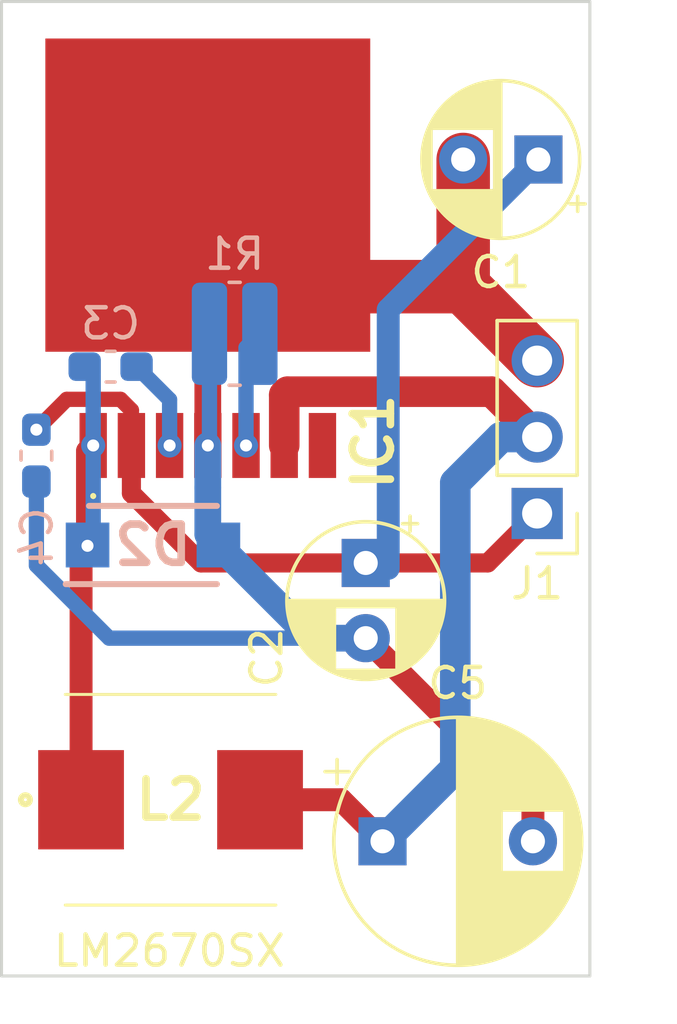
<source format=kicad_pcb>
(kicad_pcb (version 20240108) (generator "pcbnew") (generator_version "8.0")
  (layers (0 "F.Cu" signal) (31 "B.Cu" signal) (34 "B.Paste" user) (35 "F.Paste" user) (36 "B.SilkS" user "B.Silkscreen") (37 "F.SilkS" user "F.Silkscreen") (38 "B.Mask" user) (39 "F.Mask" user) (44 "Edge.Cuts" user))
  (net 0 "")
  (net 1 "+VDC")
  (net 2 "GND")
  (net 3 "Net-(IC1-CBOOST{slash}CB)")
  (net 4 "Net-(IC1-SWITCH_OUTPUT)")
  (net 5 "+3V3")
  (net 6 "Net-(IC1-SYNC)")
  (footprint "Connector_PinHeader_2.54mm:PinHeader_1x03_P2.54mm_Vertical" (layer "F.Cu") (at 188.7477 101.4702 180)
    (property "Reference" "J1" (at 0 -2.33 180) (layer "F.SilkS"))
    (property "Value" "Conn_01x03")
    (fp_line (start 1.33 1.27) (end 1.33 6.41) (stroke (width 0.12)) (layer "F.SilkS"))
    (fp_line (start -1.33 6.41) (end 1.33 6.41) (stroke (width 0.12)) (layer "F.SilkS"))
    (fp_line (start -1.33 1.27) (end 1.33 1.27) (stroke (width 0.12)) (layer "F.SilkS"))
    (fp_line (start -1.33 1.27) (end -1.33 6.41) (stroke (width 0.12)) (layer "F.SilkS"))
    (fp_line (start -1.33 0) (end -1.33 -1.33) (stroke (width 0.12)) (layer "F.SilkS"))
    (fp_line (start -1.33 -1.33) (end 0 -1.33) (stroke (width 0.12)) (layer "F.SilkS"))
    (pad "1" thru_hole rect (at 0 0 180) (size 1.7 1.7) (drill 1) (layers "*.Cu" "*.Mask") (net 1 "+VDC"))
    (pad "2" thru_hole oval (at 0 2.54 180) (size 1.7 1.7) (drill 1) (layers "*.Cu" "*.Mask") (net 5 "+3V3"))
    (pad "3" thru_hole oval (at 0 5.08 180) (size 1.7 1.7) (drill 1) (layers "*.Cu" "*.Mask") (net 2 "GND"))
  )
  (footprint "Capacitor_THT:CP_Radial_D5.0mm_P2.50mm" (layer "F.Cu") (at 183.049019 103.113785 -90)
    (property "Reference" "C2" (at 3.153543 3.296131 90) (layer "F.SilkS"))
    (property "Value" "15uF")
    (fp_line (start 1.49 1.04) (end 1.49 2.569) (stroke (width 0.12)) (layer "F.SilkS"))
    (fp_line (start 1.53 1.04) (end 1.53 2.565) (stroke (width 0.12)) (layer "F.SilkS"))
    (fp_line (start 1.57 1.04) (end 1.57 2.561) (stroke (width 0.12)) (layer "F.SilkS"))
    (fp_line (start 1.61 1.04) (end 1.61 2.556) (stroke (width 0.12)) (layer "F.SilkS"))
    (fp_line (start 1.65 1.04) (end 1.65 2.55) (stroke (width 0.12)) (layer "F.SilkS"))
    (fp_line (start 1.69 1.04) (end 1.69 2.543) (stroke (width 0.12)) (layer "F.SilkS"))
    (fp_line (start 1.73 1.04) (end 1.73 2.536) (stroke (width 0.12)) (layer "F.SilkS"))
    (fp_line (start 1.77 1.04) (end 1.77 2.528) (stroke (width 0.12)) (layer "F.SilkS"))
    (fp_line (start 1.81 1.04) (end 1.81 2.52) (stroke (width 0.12)) (layer "F.SilkS"))
    (fp_line (start 1.85 1.04) (end 1.85 2.511) (stroke (width 0.12)) (layer "F.SilkS"))
    (fp_line (start 1.89 1.04) (end 1.89 2.501) (stroke (width 0.12)) (layer "F.SilkS"))
    (fp_line (start 1.93 1.04) (end 1.93 2.491) (stroke (width 0.12)) (layer "F.SilkS"))
    (fp_line (start 1.971 1.04) (end 1.971 2.48) (stroke (width 0.12)) (layer "F.SilkS"))
    (fp_line (start 2.011 1.04) (end 2.011 2.468) (stroke (width 0.12)) (layer "F.SilkS"))
    (fp_line (start 2.051 1.04) (end 2.051 2.455) (stroke (width 0.12)) (layer "F.SilkS"))
    (fp_line (start 2.091 1.04) (end 2.091 2.442) (stroke (width 0.12)) (layer "F.SilkS"))
    (fp_line (start 2.131 1.04) (end 2.131 2.428) (stroke (width 0.12)) (layer "F.SilkS"))
    (fp_line (start 2.171 1.04) (end 2.171 2.414) (stroke (width 0.12)) (layer "F.SilkS"))
    (fp_line (start 2.211 1.04) (end 2.211 2.398) (stroke (width 0.12)) (layer "F.SilkS"))
    (fp_line (start 2.251 1.04) (end 2.251 2.382) (stroke (width 0.12)) (layer "F.SilkS"))
    (fp_line (start 2.291 1.04) (end 2.291 2.365) (stroke (width 0.12)) (layer "F.SilkS"))
    (fp_line (start 2.331 1.04) (end 2.331 2.348) (stroke (width 0.12)) (layer "F.SilkS"))
    (fp_line (start 2.371 1.04) (end 2.371 2.329) (stroke (width 0.12)) (layer "F.SilkS"))
    (fp_line (start 2.411 1.04) (end 2.411 2.31) (stroke (width 0.12)) (layer "F.SilkS"))
    (fp_line (start 2.451 1.04) (end 2.451 2.29) (stroke (width 0.12)) (layer "F.SilkS"))
    (fp_line (start 2.491 1.04) (end 2.491 2.268) (stroke (width 0.12)) (layer "F.SilkS"))
    (fp_line (start 2.531 1.04) (end 2.531 2.247) (stroke (width 0.12)) (layer "F.SilkS"))
    (fp_line (start 2.571 1.04) (end 2.571 2.224) (stroke (width 0.12)) (layer "F.SilkS"))
    (fp_line (start 2.611 1.04) (end 2.611 2.2) (stroke (width 0.12)) (layer "F.SilkS"))
    (fp_line (start 2.651 1.04) (end 2.651 2.175) (stroke (width 0.12)) (layer "F.SilkS"))
    (fp_line (start 2.691 1.04) (end 2.691 2.149) (stroke (width 0.12)) (layer "F.SilkS"))
    (fp_line (start 2.731 1.04) (end 2.731 2.122) (stroke (width 0.12)) (layer "F.SilkS"))
    (fp_line (start 2.771 1.04) (end 2.771 2.095) (stroke (width 0.12)) (layer "F.SilkS"))
    (fp_line (start 2.811 1.04) (end 2.811 2.065) (stroke (width 0.12)) (layer "F.SilkS"))
    (fp_line (start 2.851 1.04) (end 2.851 2.035) (stroke (width 0.12)) (layer "F.SilkS"))
    (fp_line (start 2.891 1.04) (end 2.891 2.004) (stroke (width 0.12)) (layer "F.SilkS"))
    (fp_line (start 2.931 1.04) (end 2.931 1.971) (stroke (width 0.12)) (layer "F.SilkS"))
    (fp_line (start 2.971 1.04) (end 2.971 1.937) (stroke (width 0.12)) (layer "F.SilkS"))
    (fp_line (start 3.011 1.04) (end 3.011 1.901) (stroke (width 0.12)) (layer "F.SilkS"))
    (fp_line (start 3.051 1.04) (end 3.051 1.864) (stroke (width 0.12)) (layer "F.SilkS"))
    (fp_line (start 3.091 1.04) (end 3.091 1.826) (stroke (width 0.12)) (layer "F.SilkS"))
    (fp_line (start 3.131 1.04) (end 3.131 1.785) (stroke (width 0.12)) (layer "F.SilkS"))
    (fp_line (start 3.171 1.04) (end 3.171 1.743) (stroke (width 0.12)) (layer "F.SilkS"))
    (fp_line (start 3.211 1.04) (end 3.211 1.699) (stroke (width 0.12)) (layer "F.SilkS"))
    (fp_line (start 3.251 1.04) (end 3.251 1.653) (stroke (width 0.12)) (layer "F.SilkS"))
    (fp_line (start 3.291 1.04) (end 3.291 1.605) (stroke (width 0.12)) (layer "F.SilkS"))
    (fp_line (start 3.331 1.04) (end 3.331 1.554) (stroke (width 0.12)) (layer "F.SilkS"))
    (fp_line (start 3.371 1.04) (end 3.371 1.5) (stroke (width 0.12)) (layer "F.SilkS"))
    (fp_line (start 3.411 1.04) (end 3.411 1.443) (stroke (width 0.12)) (layer "F.SilkS"))
    (fp_line (start 3.451 1.04) (end 3.451 1.383) (stroke (width 0.12)) (layer "F.SilkS"))
    (fp_line (start 3.491 1.04) (end 3.491 1.319) (stroke (width 0.12)) (layer "F.SilkS"))
    (fp_line (start 3.531 1.04) (end 3.531 1.251) (stroke (width 0.12)) (layer "F.SilkS"))
    (fp_line (start 3.851 -0.284) (end 3.851 0.284) (stroke (width 0.12)) (layer "F.SilkS"))
    (fp_line (start 3.811 -0.518) (end 3.811 0.518) (stroke (width 0.12)) (layer "F.SilkS"))
    (fp_line (start 3.771 -0.677) (end 3.771 0.677) (stroke (width 0.12)) (layer "F.SilkS"))
    (fp_line (start 3.731 -0.805) (end 3.731 0.805) (stroke (width 0.12)) (layer "F.SilkS"))
    (fp_line (start 3.691 -0.915) (end 3.691 0.915) (stroke (width 0.12)) (layer "F.SilkS"))
    (fp_line (start 3.651 -1.011) (end 3.651 1.011) (stroke (width 0.12)) (layer "F.SilkS"))
    (fp_line (start 3.611 -1.098) (end 3.611 1.098) (stroke (width 0.12)) (layer "F.SilkS"))
    (fp_line (start 3.571 -1.178) (end 3.571 1.178) (stroke (width 0.12)) (layer "F.SilkS"))
    (fp_line (start 3.531 -1.251) (end 3.531 -1.04) (stroke (width 0.12)) (layer "F.SilkS"))
    (fp_line (start 3.491 -1.319) (end 3.491 -1.04) (stroke (width 0.12)) (layer "F.SilkS"))
    (fp_line (start 3.451 -1.383) (end 3.451 -1.04) (stroke (width 0.12)) (layer "F.SilkS"))
    (fp_line (start 3.411 -1.443) (end 3.411 -1.04) (stroke (width 0.12)) (layer "F.SilkS"))
    (fp_line (start -1.554775 -1.475) (end -1.054775 -1.475) (stroke (width 0.12)) (layer "F.SilkS"))
    (fp_line (start 3.371 -1.5) (end 3.371 -1.04) (stroke (width 0.12)) (layer "F.SilkS"))
    (fp_line (start 3.331 -1.554) (end 3.331 -1.04) (stroke (width 0.12)) (layer "F.SilkS"))
    (fp_line (start 3.291 -1.605) (end 3.291 -1.04) (stroke (width 0.12)) (layer "F.SilkS"))
    (fp_line (start 3.251 -1.653) (end 3.251 -1.04) (stroke (width 0.12)) (layer "F.SilkS"))
    (fp_line (start 3.211 -1.699) (end 3.211 -1.04) (stroke (width 0.12)) (layer "F.SilkS"))
    (fp_line (start -1.304775 -1.725) (end -1.304775 -1.225) (stroke (width 0.12)) (layer "F.SilkS"))
    (fp_line (start 3.171 -1.743) (end 3.171 -1.04) (stroke (width 0.12)) (layer "F.SilkS"))
    (fp_line (start 3.131 -1.785) (end 3.131 -1.04) (stroke (width 0.12)) (layer "F.SilkS"))
    (fp_line (start 3.091 -1.826) (end 3.091 -1.04) (stroke (width 0.12)) (layer "F.SilkS"))
    (fp_line (start 3.051 -1.864) (end 3.051 -1.04) (stroke (width 0.12)) (layer "F.SilkS"))
    (fp_line (start 3.011 -1.901) (end 3.011 -1.04) (stroke (width 0.12)) (layer "F.SilkS"))
    (fp_line (start 2.971 -1.937) (end 2.971 -1.04) (stroke (width 0.12)) (layer "F.SilkS"))
    (fp_line (start 2.931 -1.971) (end 2.931 -1.04) (stroke (width 0.12)) (layer "F.SilkS"))
    (fp_line (start 2.891 -2.004) (end 2.891 -1.04) (stroke (width 0.12)) (layer "F.SilkS"))
    (fp_line (start 2.851 -2.035) (end 2.851 -1.04) (stroke (width 0.12)) (layer "F.SilkS"))
    (fp_line (start 2.811 -2.065) (end 2.811 -1.04) (stroke (width 0.12)) (layer "F.SilkS"))
    (fp_line (start 2.771 -2.095) (end 2.771 -1.04) (stroke (width 0.12)) (layer "F.SilkS"))
    (fp_line (start 2.731 -2.122) (end 2.731 -1.04) (stroke (width 0.12)) (layer "F.SilkS"))
    (fp_line (start 2.691 -2.149) (end 2.691 -1.04) (stroke (width 0.12)) (layer "F.SilkS"))
    (fp_line (start 2.651 -2.175) (end 2.651 -1.04) (stroke (width 0.12)) (layer "F.SilkS"))
    (fp_line (start 2.611 -2.2) (end 2.611 -1.04) (stroke (width 0.12)) (layer "F.SilkS"))
    (fp_line (start 2.571 -2.224) (end 2.571 -1.04) (stroke (width 0.12)) (layer "F.SilkS"))
    (fp_line (start 2.531 -2.247) (end 2.531 -1.04) (stroke (width 0.12)) (layer "F.SilkS"))
    (fp_line (start 2.491 -2.268) (end 2.491 -1.04) (stroke (width 0.12)) (layer "F.SilkS"))
    (fp_line (start 2.451 -2.29) (end 2.451 -1.04) (stroke (width 0.12)) (layer "F.SilkS"))
    (fp_line (start 2.411 -2.31) (end 2.411 -1.04) (stroke (width 0.12)) (layer "F.SilkS"))
    (fp_line (start 2.371 -2.329) (end 2.371 -1.04) (stroke (width 0.12)) (layer "F.SilkS"))
    (fp_line (start 2.331 -2.348) (end 2.331 -1.04) (stroke (width 0.12)) (layer "F.SilkS"))
    (fp_line (start 2.291 -2.365) (end 2.291 -1.04) (stroke (width 0.12)) (layer "F.SilkS"))
    (fp_line (start 2.251 -2.382) (end 2.251 -1.04) (stroke (width 0.12)) (layer "F.SilkS"))
    (fp_line (start 2.211 -2.398) (end 2.211 -1.04) (stroke (width 0.12)) (layer "F.SilkS"))
    (fp_line (start 2.171 -2.414) (end 2.171 -1.04) (stroke (width 0.12)) (layer "F.SilkS"))
    (fp_line (start 2.131 -2.428) (end 2.131 -1.04) (stroke (width 0.12)) (layer "F.SilkS"))
    (fp_line (start 2.091 -2.442) (end 2.091 -1.04) (stroke (width 0.12)) (layer "F.SilkS"))
    (fp_line (start 2.051 -2.455) (end 2.051 -1.04) (stroke (width 0.12)) (layer "F.SilkS"))
    (fp_line (start 2.011 -2.468) (end 2.011 -1.04) (stroke (width 0.12)) (layer "F.SilkS"))
    (fp_line (start 1.971 -2.48) (end 1.971 -1.04) (stroke (width 0.12)) (layer "F.SilkS"))
    (fp_line (start 1.93 -2.491) (end 1.93 -1.04) (stroke (width 0.12)) (layer "F.SilkS"))
    (fp_line (start 1.89 -2.501) (end 1.89 -1.04) (stroke (width 0.12)) (layer "F.SilkS"))
    (fp_line (start 1.85 -2.511) (end 1.85 -1.04) (stroke (width 0.12)) (layer "F.SilkS"))
    (fp_line (start 1.81 -2.52) (end 1.81 -1.04) (stroke (width 0.12)) (layer "F.SilkS"))
    (fp_line (start 1.77 -2.528) (end 1.77 -1.04) (stroke (width 0.12)) (layer "F.SilkS"))
    (fp_line (start 1.73 -2.536) (end 1.73 -1.04) (stroke (width 0.12)) (layer "F.SilkS"))
    (fp_line (start 1.69 -2.543) (end 1.69 -1.04) (stroke (width 0.12)) (layer "F.SilkS"))
    (fp_line (start 1.65 -2.55) (end 1.65 -1.04) (stroke (width 0.12)) (layer "F.SilkS"))
    (fp_line (start 1.61 -2.556) (end 1.61 -1.04) (stroke (width 0.12)) (layer "F.SilkS"))
    (fp_line (start 1.57 -2.561) (end 1.57 -1.04) (stroke (width 0.12)) (layer "F.SilkS"))
    (fp_line (start 1.53 -2.565) (end 1.53 -1.04) (stroke (width 0.12)) (layer "F.SilkS"))
    (fp_line (start 1.49 -2.569) (end 1.49 -1.04) (stroke (width 0.12)) (layer "F.SilkS"))
    (fp_line (start 1.45 -2.573) (end 1.45 2.573) (stroke (width 0.12)) (layer "F.SilkS"))
    (fp_line (start 1.41 -2.576) (end 1.41 2.576) (stroke (width 0.12)) (layer "F.SilkS"))
    (fp_line (start 1.37 -2.578) (end 1.37 2.578) (stroke (width 0.12)) (layer "F.SilkS"))
    (fp_line (start 1.33 -2.579) (end 1.33 2.579) (stroke (width 0.12)) (layer "F.SilkS"))
    (fp_line (start 1.25 -2.58) (end 1.25 2.58) (stroke (width 0.12)) (layer "F.SilkS"))
    (fp_line (start 1.29 -2.58) (end 1.29 2.58) (stroke (width 0.12)) (layer "F.SilkS"))
    (fp_circle (center 1.25 0) (end 3.87 0) (stroke (width 0.12)) (fill none) (layer "F.SilkS"))
    (pad "1" thru_hole rect (at 0 0 270) (size 1.6 1.6) (drill 0.8) (layers "*.Cu" "*.Mask") (net 1 "+VDC"))
    (pad "2" thru_hole circle (at 2.5 0 270) (size 1.6 1.6) (drill 0.8) (layers "*.Cu" "*.Mask") (net 2 "GND"))
  )
  (footprint "Capacitor_THT:CP_Radial_D5.0mm_P2.50mm" (layer "F.Cu") (at 188.788945 89.705684 180)
    (property "Reference" "C1" (at 1.25 -3.75 0) (layer "F.SilkS"))
    (property "Value" "15uF")
    (fp_line (start 3.851 -0.284) (end 3.851 0.284) (stroke (width 0.12)) (layer "F.SilkS"))
    (fp_line (start 3.811 -0.518) (end 3.811 0.518) (stroke (width 0.12)) (layer "F.SilkS"))
    (fp_line (start 3.771 -0.677) (end 3.771 0.677) (stroke (width 0.12)) (layer "F.SilkS"))
    (fp_line (start 3.731 -0.805) (end 3.731 0.805) (stroke (width 0.12)) (layer "F.SilkS"))
    (fp_line (start 3.691 -0.915) (end 3.691 0.915) (stroke (width 0.12)) (layer "F.SilkS"))
    (fp_line (start 3.651 -1.011) (end 3.651 1.011) (stroke (width 0.12)) (layer "F.SilkS"))
    (fp_line (start 3.611 -1.098) (end 3.611 1.098) (stroke (width 0.12)) (layer "F.SilkS"))
    (fp_line (start 3.571 -1.178) (end 3.571 1.178) (stroke (width 0.12)) (layer "F.SilkS"))
    (fp_line (start 3.531 1.04) (end 3.531 1.251) (stroke (width 0.12)) (layer "F.SilkS"))
    (fp_line (start 3.531 -1.251) (end 3.531 -1.04) (stroke (width 0.12)) (layer "F.SilkS"))
    (fp_line (start 3.491 1.04) (end 3.491 1.319) (stroke (width 0.12)) (layer "F.SilkS"))
    (fp_line (start 3.491 -1.319) (end 3.491 -1.04) (stroke (width 0.12)) (layer "F.SilkS"))
    (fp_line (start 3.451 1.04) (end 3.451 1.383) (stroke (width 0.12)) (layer "F.SilkS"))
    (fp_line (start 3.451 -1.383) (end 3.451 -1.04) (stroke (width 0.12)) (layer "F.SilkS"))
    (fp_line (start 3.411 1.04) (end 3.411 1.443) (stroke (width 0.12)) (layer "F.SilkS"))
    (fp_line (start 3.411 -1.443) (end 3.411 -1.04) (stroke (width 0.12)) (layer "F.SilkS"))
    (fp_line (start 3.371 1.04) (end 3.371 1.5) (stroke (width 0.12)) (layer "F.SilkS"))
    (fp_line (start 3.371 -1.5) (end 3.371 -1.04) (stroke (width 0.12)) (layer "F.SilkS"))
    (fp_line (start 3.331 1.04) (end 3.331 1.554) (stroke (width 0.12)) (layer "F.SilkS"))
    (fp_line (start 3.331 -1.554) (end 3.331 -1.04) (stroke (width 0.12)) (layer "F.SilkS"))
    (fp_line (start 3.291 1.04) (end 3.291 1.605) (stroke (width 0.12)) (layer "F.SilkS"))
    (fp_line (start 3.291 -1.605) (end 3.291 -1.04) (stroke (width 0.12)) (layer "F.SilkS"))
    (fp_line (start 3.251 1.04) (end 3.251 1.653) (stroke (width 0.12)) (layer "F.SilkS"))
    (fp_line (start 3.251 -1.653) (end 3.251 -1.04) (stroke (width 0.12)) (layer "F.SilkS"))
    (fp_line (start 3.211 1.04) (end 3.211 1.699) (stroke (width 0.12)) (layer "F.SilkS"))
    (fp_line (start 3.211 -1.699) (end 3.211 -1.04) (stroke (width 0.12)) (layer "F.SilkS"))
    (fp_line (start 3.171 1.04) (end 3.171 1.743) (stroke (width 0.12)) (layer "F.SilkS"))
    (fp_line (start 3.171 -1.743) (end 3.171 -1.04) (stroke (width 0.12)) (layer "F.SilkS"))
    (fp_line (start 3.131 1.04) (end 3.131 1.785) (stroke (width 0.12)) (layer "F.SilkS"))
    (fp_line (start 3.131 -1.785) (end 3.131 -1.04) (stroke (width 0.12)) (layer "F.SilkS"))
    (fp_line (start 3.091 1.04) (end 3.091 1.826) (stroke (width 0.12)) (layer "F.SilkS"))
    (fp_line (start 3.091 -1.826) (end 3.091 -1.04) (stroke (width 0.12)) (layer "F.SilkS"))
    (fp_line (start 3.051 1.04) (end 3.051 1.864) (stroke (width 0.12)) (layer "F.SilkS"))
    (fp_line (start 3.051 -1.864) (end 3.051 -1.04) (stroke (width 0.12)) (layer "F.SilkS"))
    (fp_line (start 3.011 1.04) (end 3.011 1.901) (stroke (width 0.12)) (layer "F.SilkS"))
    (fp_line (start 3.011 -1.901) (end 3.011 -1.04) (stroke (width 0.12)) (layer "F.SilkS"))
    (fp_line (start 2.971 1.04) (end 2.971 1.937) (stroke (width 0.12)) (layer "F.SilkS"))
    (fp_line (start 2.971 -1.937) (end 2.971 -1.04) (stroke (width 0.12)) (layer "F.SilkS"))
    (fp_line (start 2.931 1.04) (end 2.931 1.971) (stroke (width 0.12)) (layer "F.SilkS"))
    (fp_line (start 2.931 -1.971) (end 2.931 -1.04) (stroke (width 0.12)) (layer "F.SilkS"))
    (fp_line (start 2.891 1.04) (end 2.891 2.004) (stroke (width 0.12)) (layer "F.SilkS"))
    (fp_line (start 2.891 -2.004) (end 2.891 -1.04) (stroke (width 0.12)) (layer "F.SilkS"))
    (fp_line (start 2.851 1.04) (end 2.851 2.035) (stroke (width 0.12)) (layer "F.SilkS"))
    (fp_line (start 2.851 -2.035) (end 2.851 -1.04) (stroke (width 0.12)) (layer "F.SilkS"))
    (fp_line (start 2.811 1.04) (end 2.811 2.065) (stroke (width 0.12)) (layer "F.SilkS"))
    (fp_line (start 2.811 -2.065) (end 2.811 -1.04) (stroke (width 0.12)) (layer "F.SilkS"))
    (fp_line (start 2.771 1.04) (end 2.771 2.095) (stroke (width 0.12)) (layer "F.SilkS"))
    (fp_line (start 2.771 -2.095) (end 2.771 -1.04) (stroke (width 0.12)) (layer "F.SilkS"))
    (fp_line (start 2.731 1.04) (end 2.731 2.122) (stroke (width 0.12)) (layer "F.SilkS"))
    (fp_line (start 2.731 -2.122) (end 2.731 -1.04) (stroke (width 0.12)) (layer "F.SilkS"))
    (fp_line (start 2.691 1.04) (end 2.691 2.149) (stroke (width 0.12)) (layer "F.SilkS"))
    (fp_line (start 2.691 -2.149) (end 2.691 -1.04) (stroke (width 0.12)) (layer "F.SilkS"))
    (fp_line (start 2.651 1.04) (end 2.651 2.175) (stroke (width 0.12)) (layer "F.SilkS"))
    (fp_line (start 2.651 -2.175) (end 2.651 -1.04) (stroke (width 0.12)) (layer "F.SilkS"))
    (fp_line (start 2.611 1.04) (end 2.611 2.2) (stroke (width 0.12)) (layer "F.SilkS"))
    (fp_line (start 2.611 -2.2) (end 2.611 -1.04) (stroke (width 0.12)) (layer "F.SilkS"))
    (fp_line (start 2.571 1.04) (end 2.571 2.224) (stroke (width 0.12)) (layer "F.SilkS"))
    (fp_line (start 2.571 -2.224) (end 2.571 -1.04) (stroke (width 0.12)) (layer "F.SilkS"))
    (fp_line (start 2.531 1.04) (end 2.531 2.247) (stroke (width 0.12)) (layer "F.SilkS"))
    (fp_line (start 2.531 -2.247) (end 2.531 -1.04) (stroke (width 0.12)) (layer "F.SilkS"))
    (fp_line (start 2.491 1.04) (end 2.491 2.268) (stroke (width 0.12)) (layer "F.SilkS"))
    (fp_line (start 2.491 -2.268) (end 2.491 -1.04) (stroke (width 0.12)) (layer "F.SilkS"))
    (fp_line (start 2.451 1.04) (end 2.451 2.29) (stroke (width 0.12)) (layer "F.SilkS"))
    (fp_line (start 2.451 -2.29) (end 2.451 -1.04) (stroke (width 0.12)) (layer "F.SilkS"))
    (fp_line (start 2.411 1.04) (end 2.411 2.31) (stroke (width 0.12)) (layer "F.SilkS"))
    (fp_line (start 2.411 -2.31) (end 2.411 -1.04) (stroke (width 0.12)) (layer "F.SilkS"))
    (fp_line (start 2.371 1.04) (end 2.371 2.329) (stroke (width 0.12)) (layer "F.SilkS"))
    (fp_line (start 2.371 -2.329) (end 2.371 -1.04) (stroke (width 0.12)) (layer "F.SilkS"))
    (fp_line (start 2.331 1.04) (end 2.331 2.348) (stroke (width 0.12)) (layer "F.SilkS"))
    (fp_line (start 2.331 -2.348) (end 2.331 -1.04) (stroke (width 0.12)) (layer "F.SilkS"))
    (fp_line (start 2.291 1.04) (end 2.291 2.365) (stroke (width 0.12)) (layer "F.SilkS"))
    (fp_line (start 2.291 -2.365) (end 2.291 -1.04) (stroke (width 0.12)) (layer "F.SilkS"))
    (fp_line (start 2.251 1.04) (end 2.251 2.382) (stroke (width 0.12)) (layer "F.SilkS"))
    (fp_line (start 2.251 -2.382) (end 2.251 -1.04) (stroke (width 0.12)) (layer "F.SilkS"))
    (fp_line (start 2.211 1.04) (end 2.211 2.398) (stroke (width 0.12)) (layer "F.SilkS"))
    (fp_line (start 2.211 -2.398) (end 2.211 -1.04) (stroke (width 0.12)) (layer "F.SilkS"))
    (fp_line (start 2.171 1.04) (end 2.171 2.414) (stroke (width 0.12)) (layer "F.SilkS"))
    (fp_line (start 2.171 -2.414) (end 2.171 -1.04) (stroke (width 0.12)) (layer "F.SilkS"))
    (fp_line (start 2.131 1.04) (end 2.131 2.428) (stroke (width 0.12)) (layer "F.SilkS"))
    (fp_line (start 2.131 -2.428) (end 2.131 -1.04) (stroke (width 0.12)) (layer "F.SilkS"))
    (fp_line (start 2.091 1.04) (end 2.091 2.442) (stroke (width 0.12)) (layer "F.SilkS"))
    (fp_line (start 2.091 -2.442) (end 2.091 -1.04) (stroke (width 0.12)) (layer "F.SilkS"))
    (fp_line (start 2.051 1.04) (end 2.051 2.455) (stroke (width 0.12)) (layer "F.SilkS"))
    (fp_line (start 2.051 -2.455) (end 2.051 -1.04) (stroke (width 0.12)) (layer "F.SilkS"))
    (fp_line (start 2.011 1.04) (end 2.011 2.468) (stroke (width 0.12)) (layer "F.SilkS"))
    (fp_line (start 2.011 -2.468) (end 2.011 -1.04) (stroke (width 0.12)) (layer "F.SilkS"))
    (fp_line (start 1.971 1.04) (end 1.971 2.48) (stroke (width 0.12)) (layer "F.SilkS"))
    (fp_line (start 1.971 -2.48) (end 1.971 -1.04) (stroke (width 0.12)) (layer "F.SilkS"))
    (fp_line (start 1.93 1.04) (end 1.93 2.491) (stroke (width 0.12)) (layer "F.SilkS"))
    (fp_line (start 1.93 -2.491) (end 1.93 -1.04) (stroke (width 0.12)) (layer "F.SilkS"))
    (fp_line (start 1.89 1.04) (end 1.89 2.501) (stroke (width 0.12)) (layer "F.SilkS"))
    (fp_line (start 1.89 -2.501) (end 1.89 -1.04) (stroke (width 0.12)) (layer "F.SilkS"))
    (fp_line (start 1.85 1.04) (end 1.85 2.511) (stroke (width 0.12)) (layer "F.SilkS"))
    (fp_line (start 1.85 -2.511) (end 1.85 -1.04) (stroke (width 0.12)) (layer "F.SilkS"))
    (fp_line (start 1.81 1.04) (end 1.81 2.52) (stroke (width 0.12)) (layer "F.SilkS"))
    (fp_line (start 1.81 -2.52) (end 1.81 -1.04) (stroke (width 0.12)) (layer "F.SilkS"))
    (fp_line (start 1.77 1.04) (end 1.77 2.528) (stroke (width 0.12)) (layer "F.SilkS"))
    (fp_line (start 1.77 -2.528) (end 1.77 -1.04) (stroke (width 0.12)) (layer "F.SilkS"))
    (fp_line (start 1.73 1.04) (end 1.73 2.536) (stroke (width 0.12)) (layer "F.SilkS"))
    (fp_line (start 1.73 -2.536) (end 1.73 -1.04) (stroke (width 0.12)) (layer "F.SilkS"))
    (fp_line (start 1.69 1.04) (end 1.69 2.543) (stroke (width 0.12)) (layer "F.SilkS"))
    (fp_line (start 1.69 -2.543) (end 1.69 -1.04) (stroke (width 0.12)) (layer "F.SilkS"))
    (fp_line (start 1.65 1.04) (end 1.65 2.55) (stroke (width 0.12)) (layer "F.SilkS"))
    (fp_line (start 1.65 -2.55) (end 1.65 -1.04) (stroke (width 0.12)) (layer "F.SilkS"))
    (fp_line (start 1.61 1.04) (end 1.61 2.556) (stroke (width 0.12)) (layer "F.SilkS"))
    (fp_line (start 1.61 -2.556) (end 1.61 -1.04) (stroke (width 0.12)) (layer "F.SilkS"))
    (fp_line (start 1.57 1.04) (end 1.57 2.561) (stroke (width 0.12)) (layer "F.SilkS"))
    (fp_line (start 1.57 -2.561) (end 1.57 -1.04) (stroke (width 0.12)) (layer "F.SilkS"))
    (fp_line (start 1.53 1.04) (end 1.53 2.565) (stroke (width 0.12)) (layer "F.SilkS"))
    (fp_line (start 1.53 -2.565) (end 1.53 -1.04) (stroke (width 0.12)) (layer "F.SilkS"))
    (fp_line (start 1.49 1.04) (end 1.49 2.569) (stroke (width 0.12)) (layer "F.SilkS"))
    (fp_line (start 1.49 -2.569) (end 1.49 -1.04) (stroke (width 0.12)) (layer "F.SilkS"))
    (fp_line (start 1.45 -2.573) (end 1.45 2.573) (stroke (width 0.12)) (layer "F.SilkS"))
    (fp_line (start 1.41 -2.576) (end 1.41 2.576) (stroke (width 0.12)) (layer "F.SilkS"))
    (fp_line (start 1.37 -2.578) (end 1.37 2.578) (stroke (width 0.12)) (layer "F.SilkS"))
    (fp_line (start 1.33 -2.579) (end 1.33 2.579) (stroke (width 0.12)) (layer "F.SilkS"))
    (fp_line (start 1.29 -2.58) (end 1.29 2.58) (stroke (width 0.12)) (layer "F.SilkS"))
    (fp_line (start 1.25 -2.58) (end 1.25 2.58) (stroke (width 0.12)) (layer "F.SilkS"))
    (fp_line (start -1.304775 -1.725) (end -1.304775 -1.225) (stroke (width 0.12)) (layer "F.SilkS"))
    (fp_line (start -1.554775 -1.475) (end -1.054775 -1.475) (stroke (width 0.12)) (layer "F.SilkS"))
    (fp_circle (center 1.25 0) (end 3.87 0) (stroke (width 0.12)) (fill none) (layer "F.SilkS"))
    (pad "1" thru_hole rect (at 0 0 180) (size 1.6 1.6) (drill 0.8) (layers "*.Cu" "*.Mask") (net 1 "+VDC"))
    (pad "2" thru_hole circle (at 2.5 0 180) (size 1.6 1.6) (drill 0.8) (layers "*.Cu" "*.Mask") (net 2 "GND"))
  )
  (footprint "Capacitor_THT:CP_Radial_D8.0mm_P5.00mm" (layer "F.Cu") (at 183.607426 112.36404)
    (property "Reference" "C5" (at 2.5 -5.25 0) (layer "F.SilkS"))
    (property "Value" "120uF")
    (fp_line (start -1.909698 -2.315) (end -1.109698 -2.315) (stroke (width 0.12)) (layer "F.SilkS"))
    (fp_line (start -1.509698 -2.715) (end -1.509698 -1.915) (stroke (width 0.12)) (layer "F.SilkS"))
    (fp_line (start 2.5 -4.08) (end 2.5 4.08) (stroke (width 0.12)) (layer "F.SilkS"))
    (fp_line (start 2.54 -4.08) (end 2.54 4.08) (stroke (width 0.12)) (layer "F.SilkS"))
    (fp_line (start 2.58 -4.08) (end 2.58 4.08) (stroke (width 0.12)) (layer "F.SilkS"))
    (fp_line (start 2.62 -4.079) (end 2.62 4.079) (stroke (width 0.12)) (layer "F.SilkS"))
    (fp_line (start 2.66 -4.077) (end 2.66 4.077) (stroke (width 0.12)) (layer "F.SilkS"))
    (fp_line (start 2.7 -4.076) (end 2.7 4.076) (stroke (width 0.12)) (layer "F.SilkS"))
    (fp_line (start 2.74 -4.074) (end 2.74 4.074) (stroke (width 0.12)) (layer "F.SilkS"))
    (fp_line (start 2.78 -4.071) (end 2.78 4.071) (stroke (width 0.12)) (layer "F.SilkS"))
    (fp_line (start 2.82 -4.068) (end 2.82 4.068) (stroke (width 0.12)) (layer "F.SilkS"))
    (fp_line (start 2.86 -4.065) (end 2.86 4.065) (stroke (width 0.12)) (layer "F.SilkS"))
    (fp_line (start 2.9 -4.061) (end 2.9 4.061) (stroke (width 0.12)) (layer "F.SilkS"))
    (fp_line (start 2.94 -4.057) (end 2.94 4.057) (stroke (width 0.12)) (layer "F.SilkS"))
    (fp_line (start 2.98 -4.052) (end 2.98 4.052) (stroke (width 0.12)) (layer "F.SilkS"))
    (fp_line (start 3.02 -4.048) (end 3.02 4.048) (stroke (width 0.12)) (layer "F.SilkS"))
    (fp_line (start 3.06 -4.042) (end 3.06 4.042) (stroke (width 0.12)) (layer "F.SilkS"))
    (fp_line (start 3.1 -4.037) (end 3.1 4.037) (stroke (width 0.12)) (layer "F.SilkS"))
    (fp_line (start 3.14 -4.03) (end 3.14 4.03) (stroke (width 0.12)) (layer "F.SilkS"))
    (fp_line (start 3.18 -4.024) (end 3.18 4.024) (stroke (width 0.12)) (layer "F.SilkS"))
    (fp_line (start 3.221 -4.017) (end 3.221 4.017) (stroke (width 0.12)) (layer "F.SilkS"))
    (fp_line (start 3.261 -4.01) (end 3.261 4.01) (stroke (width 0.12)) (layer "F.SilkS"))
    (fp_line (start 3.301 -4.002) (end 3.301 4.002) (stroke (width 0.12)) (layer "F.SilkS"))
    (fp_line (start 3.341 -3.994) (end 3.341 3.994) (stroke (width 0.12)) (layer "F.SilkS"))
    (fp_line (start 3.381 -3.985) (end 3.381 3.985) (stroke (width 0.12)) (layer "F.SilkS"))
    (fp_line (start 3.421 -3.976) (end 3.421 3.976) (stroke (width 0.12)) (layer "F.SilkS"))
    (fp_line (start 3.461 -3.967) (end 3.461 3.967) (stroke (width 0.12)) (layer "F.SilkS"))
    (fp_line (start 3.501 -3.957) (end 3.501 3.957) (stroke (width 0.12)) (layer "F.SilkS"))
    (fp_line (start 3.541 -3.947) (end 3.541 3.947) (stroke (width 0.12)) (layer "F.SilkS"))
    (fp_line (start 3.581 -3.936) (end 3.581 3.936) (stroke (width 0.12)) (layer "F.SilkS"))
    (fp_line (start 3.621 -3.925) (end 3.621 3.925) (stroke (width 0.12)) (layer "F.SilkS"))
    (fp_line (start 3.661 -3.914) (end 3.661 3.914) (stroke (width 0.12)) (layer "F.SilkS"))
    (fp_line (start 3.701 -3.902) (end 3.701 3.902) (stroke (width 0.12)) (layer "F.SilkS"))
    (fp_line (start 3.741 -3.889) (end 3.741 3.889) (stroke (width 0.12)) (layer "F.SilkS"))
    (fp_line (start 3.781 -3.877) (end 3.781 3.877) (stroke (width 0.12)) (layer "F.SilkS"))
    (fp_line (start 3.821 -3.863) (end 3.821 3.863) (stroke (width 0.12)) (layer "F.SilkS"))
    (fp_line (start 3.861 -3.85) (end 3.861 3.85) (stroke (width 0.12)) (layer "F.SilkS"))
    (fp_line (start 3.901 -3.835) (end 3.901 3.835) (stroke (width 0.12)) (layer "F.SilkS"))
    (fp_line (start 3.941 -3.821) (end 3.941 3.821) (stroke (width 0.12)) (layer "F.SilkS"))
    (fp_line (start 3.981 -3.805) (end 3.981 -1.04) (stroke (width 0.12)) (layer "F.SilkS"))
    (fp_line (start 3.981 1.04) (end 3.981 3.805) (stroke (width 0.12)) (layer "F.SilkS"))
    (fp_line (start 4.021 -3.79) (end 4.021 -1.04) (stroke (width 0.12)) (layer "F.SilkS"))
    (fp_line (start 4.021 1.04) (end 4.021 3.79) (stroke (width 0.12)) (layer "F.SilkS"))
    (fp_line (start 4.061 -3.774) (end 4.061 -1.04) (stroke (width 0.12)) (layer "F.SilkS"))
    (fp_line (start 4.061 1.04) (end 4.061 3.774) (stroke (width 0.12)) (layer "F.SilkS"))
    (fp_line (start 4.101 -3.757) (end 4.101 -1.04) (stroke (width 0.12)) (layer "F.SilkS"))
    (fp_line (start 4.101 1.04) (end 4.101 3.757) (stroke (width 0.12)) (layer "F.SilkS"))
    (fp_line (start 4.141 -3.74) (end 4.141 -1.04) (stroke (width 0.12)) (layer "F.SilkS"))
    (fp_line (start 4.141 1.04) (end 4.141 3.74) (stroke (width 0.12)) (layer "F.SilkS"))
    (fp_line (start 4.181 -3.722) (end 4.181 -1.04) (stroke (width 0.12)) (layer "F.SilkS"))
    (fp_line (start 4.181 1.04) (end 4.181 3.722) (stroke (width 0.12)) (layer "F.SilkS"))
    (fp_line (start 4.221 -3.704) (end 4.221 -1.04) (stroke (width 0.12)) (layer "F.SilkS"))
    (fp_line (start 4.221 1.04) (end 4.221 3.704) (stroke (width 0.12)) (layer "F.SilkS"))
    (fp_line (start 4.261 -3.686) (end 4.261 -1.04) (stroke (width 0.12)) (layer "F.SilkS"))
    (fp_line (start 4.261 1.04) (end 4.261 3.686) (stroke (width 0.12)) (layer "F.SilkS"))
    (fp_line (start 4.301 -3.666) (end 4.301 -1.04) (stroke (width 0.12)) (layer "F.SilkS"))
    (fp_line (start 4.301 1.04) (end 4.301 3.666) (stroke (width 0.12)) (layer "F.SilkS"))
    (fp_line (start 4.341 -3.647) (end 4.341 -1.04) (stroke (width 0.12)) (layer "F.SilkS"))
    (fp_line (start 4.341 1.04) (end 4.341 3.647) (stroke (width 0.12)) (layer "F.SilkS"))
    (fp_line (start 4.381 -3.627) (end 4.381 -1.04) (stroke (width 0.12)) (layer "F.SilkS"))
    (fp_line (start 4.381 1.04) (end 4.381 3.627) (stroke (width 0.12)) (layer "F.SilkS"))
    (fp_line (start 4.421 -3.606) (end 4.421 -1.04) (stroke (width 0.12)) (layer "F.SilkS"))
    (fp_line (start 4.421 1.04) (end 4.421 3.606) (stroke (width 0.12)) (layer "F.SilkS"))
    (fp_line (start 4.461 -3.584) (end 4.461 -1.04) (stroke (width 0.12)) (layer "F.SilkS"))
    (fp_line (start 4.461 1.04) (end 4.461 3.584) (stroke (width 0.12)) (layer "F.SilkS"))
    (fp_line (start 4.501 -3.562) (end 4.501 -1.04) (stroke (width 0.12)) (layer "F.SilkS"))
    (fp_line (start 4.501 1.04) (end 4.501 3.562) (stroke (width 0.12)) (layer "F.SilkS"))
    (fp_line (start 4.541 -3.54) (end 4.541 -1.04) (stroke (width 0.12)) (layer "F.SilkS"))
    (fp_line (start 4.541 1.04) (end 4.541 3.54) (stroke (width 0.12)) (layer "F.SilkS"))
    (fp_line (start 4.581 -3.517) (end 4.581 -1.04) (stroke (width 0.12)) (layer "F.SilkS"))
    (fp_line (start 4.581 1.04) (end 4.581 3.517) (stroke (width 0.12)) (layer "F.SilkS"))
    (fp_line (start 4.621 -3.493) (end 4.621 -1.04) (stroke (width 0.12)) (layer "F.SilkS"))
    (fp_line (start 4.621 1.04) (end 4.621 3.493) (stroke (width 0.12)) (layer "F.SilkS"))
    (fp_line (start 4.661 -3.469) (end 4.661 -1.04) (stroke (width 0.12)) (layer "F.SilkS"))
    (fp_line (start 4.661 1.04) (end 4.661 3.469) (stroke (width 0.12)) (layer "F.SilkS"))
    (fp_line (start 4.701 -3.444) (end 4.701 -1.04) (stroke (width 0.12)) (layer "F.SilkS"))
    (fp_line (start 4.701 1.04) (end 4.701 3.444) (stroke (width 0.12)) (layer "F.SilkS"))
    (fp_line (start 4.741 -3.418) (end 4.741 -1.04) (stroke (width 0.12)) (layer "F.SilkS"))
    (fp_line (start 4.741 1.04) (end 4.741 3.418) (stroke (width 0.12)) (layer "F.SilkS"))
    (fp_line (start 4.781 -3.392) (end 4.781 -1.04) (stroke (width 0.12)) (layer "F.SilkS"))
    (fp_line (start 4.781 1.04) (end 4.781 3.392) (stroke (width 0.12)) (layer "F.SilkS"))
    (fp_line (start 4.821 -3.365) (end 4.821 -1.04) (stroke (width 0.12)) (layer "F.SilkS"))
    (fp_line (start 4.821 1.04) (end 4.821 3.365) (stroke (width 0.12)) (layer "F.SilkS"))
    (fp_line (start 4.861 -3.338) (end 4.861 -1.04) (stroke (width 0.12)) (layer "F.SilkS"))
    (fp_line (start 4.861 1.04) (end 4.861 3.338) (stroke (width 0.12)) (layer "F.SilkS"))
    (fp_line (start 4.901 -3.309) (end 4.901 -1.04) (stroke (width 0.12)) (layer "F.SilkS"))
    (fp_line (start 4.901 1.04) (end 4.901 3.309) (stroke (width 0.12)) (layer "F.SilkS"))
    (fp_line (start 4.941 -3.28) (end 4.941 -1.04) (stroke (width 0.12)) (layer "F.SilkS"))
    (fp_line (start 4.941 1.04) (end 4.941 3.28) (stroke (width 0.12)) (layer "F.SilkS"))
    (fp_line (start 4.981 -3.25) (end 4.981 -1.04) (stroke (width 0.12)) (layer "F.SilkS"))
    (fp_line (start 4.981 1.04) (end 4.981 3.25) (stroke (width 0.12)) (layer "F.SilkS"))
    (fp_line (start 5.021 -3.22) (end 5.021 -1.04) (stroke (width 0.12)) (layer "F.SilkS"))
    (fp_line (start 5.021 1.04) (end 5.021 3.22) (stroke (width 0.12)) (layer "F.SilkS"))
    (fp_line (start 5.061 -3.189) (end 5.061 -1.04) (stroke (width 0.12)) (layer "F.SilkS"))
    (fp_line (start 5.061 1.04) (end 5.061 3.189) (stroke (width 0.12)) (layer "F.SilkS"))
    (fp_line (start 5.101 -3.156) (end 5.101 -1.04) (stroke (width 0.12)) (layer "F.SilkS"))
    (fp_line (start 5.101 1.04) (end 5.101 3.156) (stroke (width 0.12)) (layer "F.SilkS"))
    (fp_line (start 5.141 -3.124) (end 5.141 -1.04) (stroke (width 0.12)) (layer "F.SilkS"))
    (fp_line (start 5.141 1.04) (end 5.141 3.124) (stroke (width 0.12)) (layer "F.SilkS"))
    (fp_line (start 5.181 -3.09) (end 5.181 -1.04) (stroke (width 0.12)) (layer "F.SilkS"))
    (fp_line (start 5.181 1.04) (end 5.181 3.09) (stroke (width 0.12)) (layer "F.SilkS"))
    (fp_line (start 5.221 -3.055) (end 5.221 -1.04) (stroke (width 0.12)) (layer "F.SilkS"))
    (fp_line (start 5.221 1.04) (end 5.221 3.055) (stroke (width 0.12)) (layer "F.SilkS"))
    (fp_line (start 5.261 -3.019) (end 5.261 -1.04) (stroke (width 0.12)) (layer "F.SilkS"))
    (fp_line (start 5.261 1.04) (end 5.261 3.019) (stroke (width 0.12)) (layer "F.SilkS"))
    (fp_line (start 5.301 -2.983) (end 5.301 -1.04) (stroke (width 0.12)) (layer "F.SilkS"))
    (fp_line (start 5.301 1.04) (end 5.301 2.983) (stroke (width 0.12)) (layer "F.SilkS"))
    (fp_line (start 5.341 -2.945) (end 5.341 -1.04) (stroke (width 0.12)) (layer "F.SilkS"))
    (fp_line (start 5.341 1.04) (end 5.341 2.945) (stroke (width 0.12)) (layer "F.SilkS"))
    (fp_line (start 5.381 -2.907) (end 5.381 -1.04) (stroke (width 0.12)) (layer "F.SilkS"))
    (fp_line (start 5.381 1.04) (end 5.381 2.907) (stroke (width 0.12)) (layer "F.SilkS"))
    (fp_line (start 5.421 -2.867) (end 5.421 -1.04) (stroke (width 0.12)) (layer "F.SilkS"))
    (fp_line (start 5.421 1.04) (end 5.421 2.867) (stroke (width 0.12)) (layer "F.SilkS"))
    (fp_line (start 5.461 -2.826) (end 5.461 -1.04) (stroke (width 0.12)) (layer "F.SilkS"))
    (fp_line (start 5.461 1.04) (end 5.461 2.826) (stroke (width 0.12)) (layer "F.SilkS"))
    (fp_line (start 5.501 -2.784) (end 5.501 -1.04) (stroke (width 0.12)) (layer "F.SilkS"))
    (fp_line (start 5.501 1.04) (end 5.501 2.784) (stroke (width 0.12)) (layer "F.SilkS"))
    (fp_line (start 5.541 -2.741) (end 5.541 -1.04) (stroke (width 0.12)) (layer "F.SilkS"))
    (fp_line (start 5.541 1.04) (end 5.541 2.741) (stroke (width 0.12)) (layer "F.SilkS"))
    (fp_line (start 5.581 -2.697) (end 5.581 -1.04) (stroke (width 0.12)) (layer "F.SilkS"))
    (fp_line (start 5.581 1.04) (end 5.581 2.697) (stroke (width 0.12)) (layer "F.SilkS"))
    (fp_line (start 5.621 -2.651) (end 5.621 -1.04) (stroke (width 0.12)) (layer "F.SilkS"))
    (fp_line (start 5.621 1.04) (end 5.621 2.651) (stroke (width 0.12)) (layer "F.SilkS"))
    (fp_line (start 5.661 -2.604) (end 5.661 -1.04) (stroke (width 0.12)) (layer "F.SilkS"))
    (fp_line (start 5.661 1.04) (end 5.661 2.604) (stroke (width 0.12)) (layer "F.SilkS"))
    (fp_line (start 5.701 -2.556) (end 5.701 -1.04) (stroke (width 0.12)) (layer "F.SilkS"))
    (fp_line (start 5.701 1.04) (end 5.701 2.556) (stroke (width 0.12)) (layer "F.SilkS"))
    (fp_line (start 5.741 -2.505) (end 5.741 -1.04) (stroke (width 0.12)) (layer "F.SilkS"))
    (fp_line (start 5.741 1.04) (end 5.741 2.505) (stroke (width 0.12)) (layer "F.SilkS"))
    (fp_line (start 5.781 -2.454) (end 5.781 -1.04) (stroke (width 0.12)) (layer "F.SilkS"))
    (fp_line (start 5.781 1.04) (end 5.781 2.454) (stroke (width 0.12)) (layer "F.SilkS"))
    (fp_line (start 5.821 -2.4) (end 5.821 -1.04) (stroke (width 0.12)) (layer "F.SilkS"))
    (fp_line (start 5.821 1.04) (end 5.821 2.4) (stroke (width 0.12)) (layer "F.SilkS"))
    (fp_line (start 5.861 -2.345) (end 5.861 -1.04) (stroke (width 0.12)) (layer "F.SilkS"))
    (fp_line (start 5.861 1.04) (end 5.861 2.345) (stroke (width 0.12)) (layer "F.SilkS"))
    (fp_line (start 5.901 -2.287) (end 5.901 -1.04) (stroke (width 0.12)) (layer "F.SilkS"))
    (fp_line (start 5.901 1.04) (end 5.901 2.287) (stroke (width 0.12)) (layer "F.SilkS"))
    (fp_line (start 5.941 -2.228) (end 5.941 -1.04) (stroke (width 0.12)) (layer "F.SilkS"))
    (fp_line (start 5.941 1.04) (end 5.941 2.228) (stroke (width 0.12)) (layer "F.SilkS"))
    (fp_line (start 5.981 -2.166) (end 5.981 -1.04) (stroke (width 0.12)) (layer "F.SilkS"))
    (fp_line (start 5.981 1.04) (end 5.981 2.166) (stroke (width 0.12)) (layer "F.SilkS"))
    (fp_line (start 6.021 -2.102) (end 6.021 -1.04) (stroke (width 0.12)) (layer "F.SilkS"))
    (fp_line (start 6.021 1.04) (end 6.021 2.102) (stroke (width 0.12)) (layer "F.SilkS"))
    (fp_line (start 6.061 -2.034) (end 6.061 2.034) (stroke (width 0.12)) (layer "F.SilkS"))
    (fp_line (start 6.101 -1.964) (end 6.101 1.964) (stroke (width 0.12)) (layer "F.SilkS"))
    (fp_line (start 6.141 -1.89) (end 6.141 1.89) (stroke (width 0.12)) (layer "F.SilkS"))
    (fp_line (start 6.181 -1.813) (end 6.181 1.813) (stroke (width 0.12)) (layer "F.SilkS"))
    (fp_line (start 6.221 -1.731) (end 6.221 1.731) (stroke (width 0.12)) (layer "F.SilkS"))
    (fp_line (start 6.261 -1.645) (end 6.261 1.645) (stroke (width 0.12)) (layer "F.SilkS"))
    (fp_line (start 6.301 -1.552) (end 6.301 1.552) (stroke (width 0.12)) (layer "F.SilkS"))
    (fp_line (start 6.341 -1.453) (end 6.341 1.453) (stroke (width 0.12)) (layer "F.SilkS"))
    (fp_line (start 6.381 -1.346) (end 6.381 1.346) (stroke (width 0.12)) (layer "F.SilkS"))
    (fp_line (start 6.421 -1.229) (end 6.421 1.229) (stroke (width 0.12)) (layer "F.SilkS"))
    (fp_line (start 6.461 -1.098) (end 6.461 1.098) (stroke (width 0.12)) (layer "F.SilkS"))
    (fp_line (start 6.501 -0.948) (end 6.501 0.948) (stroke (width 0.12)) (layer "F.SilkS"))
    (fp_line (start 6.541 -0.768) (end 6.541 0.768) (stroke (width 0.12)) (layer "F.SilkS"))
    (fp_line (start 6.581 -0.533) (end 6.581 0.533) (stroke (width 0.12)) (layer "F.SilkS"))
    (fp_circle (center 2.5 0) (end 6.62 0) (stroke (width 0.12)) (fill none) (layer "F.SilkS"))
    (pad "1" thru_hole rect (at 0 0) (size 1.6 1.6) (drill 0.8) (layers "*.Cu" "*.Mask") (net 5 "+3V3"))
    (pad "2" thru_hole circle (at 5 0) (size 1.6 1.6) (drill 0.8) (layers "*.Cu" "*.Mask") (net 2 "GND"))
  )
  (footprint "SamacSys_Parts:SPM7054VT" (layer "F.Cu") (at 176.561822 110.983767)
    (property "Reference" "L2" (at 0 0 0) (layer "F.SilkS") (effects (font (size 1.27 1.27) (thickness 0.254))))
    (property "Value" "SPM7054VT-330M-D" (hide yes))
    (fp_line (start -3.5 -3.5) (end 3.5 -3.5) (stroke (width 0.1)) (layer "F.SilkS"))
    (fp_line (start 3.5 3.5) (end -3.5 3.5) (stroke (width 0.1)) (layer "F.SilkS"))
    (fp_circle (center -4.825 0) (end -4.825 0.05) (stroke (width 0.2)) (fill none) (layer "F.SilkS"))
    (pad "1" smd rect (at -2.975 0) (size 2.85 3.3) (layers "F.Cu" "F.Paste" "F.Mask") (net 4 "Net-(IC1-SWITCH_OUTPUT)"))
    (pad "2" smd rect (at 2.975 0) (size 2.85 3.3) (layers "F.Cu" "F.Paste" "F.Mask") (net 5 "+3V3"))
  )
  (footprint "SamacSys_Parts:LM2670SX33NOPB" (layer "F.Cu") (at 177.8 91.44 -90)
    (property "Reference" "IC1" (at 7.648983 -5.494803 -90) (layer "F.SilkS") (effects (font (size 1.27 1.27) (thickness 0.254))))
    (property "Value" "LM2670SX-3.3_NOPB" (hide yes))
    (fp_line (start 9.4 3.81) (end 9.4 3.81) (stroke (width 0.1)) (layer "F.SilkS"))
    (fp_line (start 9.5 3.81) (end 9.5 3.81) (stroke (width 0.1)) (layer "F.SilkS"))
    (fp_arc (start 9.4 3.81) (mid 9.45 3.76) (end 9.5 3.81) (stroke (width 0.1)) (layer "F.SilkS"))
    (fp_arc (start 9.5 3.81) (mid 9.45 3.86) (end 9.4 3.81) (stroke (width 0.1)) (layer "F.SilkS"))
    (pad "1" smd rect (at 7.77 3.81) (size 0.91 2.16) (layers "F.Cu" "F.Paste" "F.Mask") (net 4 "Net-(IC1-SWITCH_OUTPUT)"))
    (pad "2" smd rect (at 7.77 2.54) (size 0.91 2.16) (layers "F.Cu" "F.Paste" "F.Mask") (net 1 "+VDC"))
    (pad "3" smd rect (at 7.77 1.27) (size 0.91 2.16) (layers "F.Cu" "F.Paste" "F.Mask") (net 3 "Net-(IC1-CBOOST{slash}CB)"))
    (pad "4" smd rect (at 7.77 0) (size 0.91 2.16) (layers "F.Cu" "F.Paste" "F.Mask") (net 2 "GND"))
    (pad "5" smd rect (at 7.77 -1.27) (size 0.91 2.16) (layers "F.Cu" "F.Paste" "F.Mask") (net 6 "Net-(IC1-SYNC)"))
    (pad "6" smd rect (at 7.77 -2.54) (size 0.91 2.16) (layers "F.Cu" "F.Paste" "F.Mask") (net 5 "+3V3"))
    (pad "7" smd rect (at 7.77 -3.81) (size 0.91 2.16) (layers "F.Cu" "F.Paste" "F.Mask"))
    (pad "8" smd rect (at -0.55 0 270) (size 10.41 10.8) (layers "F.Cu" "F.Paste" "F.Mask") (net 2 "GND"))
  )
  (footprint "Resistor_SMD:R_0612_1632Metric_Pad1.18x3.40mm_HandSolder" (layer "B.Cu") (at 178.69216 95.497996 180)
    (property "Reference" "R1" (at 0 2.65 0) (layer "B.SilkS") (effects (justify mirror)))
    (property "Value" "4.7K")
    (fp_line (start -0.182983 1.71) (end 0.182983 1.71) (stroke (width 0.12)) (layer "B.SilkS"))
    (fp_line (start -0.182983 -1.71) (end 0.182983 -1.71) (stroke (width 0.12)) (layer "B.SilkS"))
    (pad "1" smd roundrect (at -0.8375 0 180) (size 1.175 3.4) (layers "B.Cu" "B.Paste" "B.Mask") (roundrect_rratio 0.2127659574) (net 6 "Net-(IC1-SYNC)"))
    (pad "2" smd roundrect (at 0.8375 0 180) (size 1.175 3.4) (layers "B.Cu" "B.Paste" "B.Mask") (roundrect_rratio 0.2127659574) (net 2 "GND"))
  )
  (footprint "SamacSys_Parts:SODFL5226X100N" (layer "B.Cu") (at 175.97743 102.517684)
    (property "Reference" "D2" (at 0 0 180) (layer "B.SilkS") (effects (font (size 1.27 1.27) (thickness 0.254)) (justify mirror)))
    (property "Value" "VSSAF3N50-M3_6A" (hide yes))
    (fp_line (start -2.9 1.3) (end 2.125 1.3) (stroke (width 0.2)) (layer "B.SilkS"))
    (fp_line (start -2.125 -1.3) (end 2.125 -1.3) (stroke (width 0.2)) (layer "B.SilkS"))
    (pad "1" smd rect (at -2.175 0) (size 1.45 1.49) (layers "B.Cu" "B.Paste" "B.Mask") (net 4 "Net-(IC1-SWITCH_OUTPUT)"))
    (pad "2" smd rect (at 2.175 0) (size 1.45 1.49) (layers "B.Cu" "B.Paste" "B.Mask") (net 2 "GND"))
  )
  (footprint "Capacitor_SMD:C_0603_1608Metric_Pad1.08x0.95mm_HandSolder" (layer "B.Cu") (at 172.100988 99.547301 -90)
    (property "Reference" "C4" (at 2.70342 -0.022535 90) (layer "B.SilkS") (effects (justify mirror)))
    (property "Value" "0.47uF")
    (fp_line (start -0.146267 0.51) (end 0.146267 0.51) (stroke (width 0.12)) (layer "B.SilkS"))
    (fp_line (start -0.146267 -0.51) (end 0.146267 -0.51) (stroke (width 0.12)) (layer "B.SilkS"))
    (pad "1" smd roundrect (at -0.8625 0 270) (size 1.075 0.95) (layers "B.Cu" "B.Paste" "B.Mask") (net 1 "+VDC"))
    (pad "2" smd roundrect (at 0.8625 0 270) (size 1.075 0.95) (layers "B.Cu" "B.Paste" "B.Mask") (net 2 "GND"))
  )
  (footprint "Capacitor_SMD:C_0603_1608Metric_Pad1.08x0.95mm_HandSolder" (layer "B.Cu") (at 174.56954 96.590316 180)
    (property "Reference" "C3" (at 0 1.43 0) (layer "B.SilkS") (effects (justify mirror)))
    (property "Value" "0.1uF")
    (fp_line (start -0.146267 0.51) (end 0.146267 0.51) (stroke (width 0.12)) (layer "B.SilkS"))
    (fp_line (start -0.146267 -0.51) (end 0.146267 -0.51) (stroke (width 0.12)) (layer "B.SilkS"))
    (pad "1" smd roundrect (at -0.8625 0 180) (size 1.075 0.95) (layers "B.Cu" "B.Paste" "B.Mask") (net 3 "Net-(IC1-CBOOST{slash}CB)"))
    (pad "2" smd roundrect (at 0.8625 0 180) (size 1.075 0.95) (layers "B.Cu" "B.Paste" "B.Mask") (net 4 "Net-(IC1-SWITCH_OUTPUT)"))
  )
  (gr_line (start 170.942 84.455) (end 190.5 84.455) (stroke (width 0.1)) (layer "Edge.Cuts"))
  (gr_line (start 190.5 116.84) (end 170.942 116.84) (stroke (width 0.1)) (layer "Edge.Cuts"))
  (gr_line (start 190.5 84.455) (end 190.5 116.84) (stroke (width 0.1)) (layer "Edge.Cuts"))
  (gr_line (start 170.942 116.84) (end 170.942 84.455) (stroke (width 0.1)) (layer "Edge.Cuts"))
  (gr_text "LM2670SX" (at 172.589126 116.590887 0) (layer "F.SilkS") (effects (font (size 1 1)) (justify left bottom)))
  (segment (start 174.899 97.676) (end 173.109789 97.676) (width 0.508) (layer "F.Cu") (net 1))
  (segment (start 187.104115 103.113785) (end 188.7477 101.4702) (width 0.635) (layer "F.Cu") (net 1))
  (segment (start 175.26 100.798) (end 177.575785 103.113785) (width 0.635) (layer "F.Cu") (net 1))
  (segment (start 183.049019 103.113785) (end 187.104115 103.113785) (width 0.635) (layer "F.Cu") (net 1))
  (segment (start 175.26 99.21) (end 175.26 100.798) (width 0.635) (layer "F.Cu") (net 1))
  (segment (start 175.26 99.21) (end 175.26 98.037) (width 0.508) (layer "F.Cu") (net 1))
  (segment (start 175.26 98.037) (end 174.899 97.676) (width 0.508) (layer "F.Cu") (net 1))
  (segment (start 177.575785 103.113785) (end 183.049019 103.113785) (width 0.635) (layer "F.Cu") (net 1))
  (segment (start 173.109789 97.676) (end 172.100988 98.684801) (width 0.508) (layer "F.Cu") (net 1))
  (via (at 172.100988 98.684801) (size 0.8) (drill 0.4) (layers "F.Cu" "B.Cu") (net 1))
  (segment (start 183.796514 94.698115) (end 183.796514 103.293055) (width 0.762) (layer "B.Cu") (net 1))
  (segment (start 188.788945 89.705684) (end 183.796514 94.698115) (width 0.762) (layer "B.Cu") (net 1))
  (segment (start 186.288945 89.705684) (end 186.288945 93.931445) (width 1.778) (layer "F.Cu") (net 2))
  (segment (start 188.607426 111.172192) (end 183.049019 105.613785) (width 0.762) (layer "F.Cu") (net 2))
  (segment (start 177.8 99.21) (end 177.8 90.89) (width 0.889) (layer "F.Cu") (net 2))
  (segment (start 188.607426 112.36404) (end 188.607426 111.172192) (width 0.762) (layer "F.Cu") (net 2))
  (segment (start 186.288945 93.931445) (end 180.841445 93.931445) (width 1.778) (layer "F.Cu") (net 2))
  (segment (start 186.288945 93.931445) (end 188.7477 96.3902) (width 1.778) (layer "F.Cu") (net 2))
  (via (at 177.8 99.21) (size 0.8) (drill 0.4) (layers "F.Cu" "B.Cu") (net 2))
  (segment (start 172.100988 100.409801) (end 172.100988 103.194242) (width 0.508) (layer "B.Cu") (net 2))
  (segment (start 177.85466 95.497996) (end 177.85466 99.15534) (width 0.508) (layer "B.Cu") (net 2))
  (segment (start 181.248531 105.613785) (end 181.820409 105.613785) (width 0.889) (layer "B.Cu") (net 2))
  (segment (start 177.8 102.165254) (end 178.15243 102.517684) (width 0.889) (layer "B.Cu") (net 2))
  (segment (start 172.100988 103.194242) (end 174.520531 105.613785) (width 0.508) (layer "B.Cu") (net 2))
  (segment (start 177.85466 99.15534) (end 177.8 99.21) (width 0.508) (layer "B.Cu") (net 2))
  (segment (start 177.8 99.21) (end 177.8 100.609213) (width 0.889) (layer "B.Cu") (net 2))
  (segment (start 174.520531 105.613785) (end 181.820409 105.613785) (width 0.508) (layer "B.Cu") (net 2))
  (segment (start 177.8 100.609213) (end 177.8 102.165254) (width 0.889) (layer "B.Cu") (net 2))
  (segment (start 178.15243 102.517684) (end 181.248531 105.613785) (width 0.889) (layer "B.Cu") (net 2))
  (segment (start 181.820409 105.613785) (end 183.049019 105.613785) (width 0.889) (layer "B.Cu") (net 2))
  (via (at 176.53 99.21) (size 0.8) (drill 0.4) (layers "F.Cu" "B.Cu") (net 3))
  (segment (start 176.53 97.688276) (end 175.43204 96.590316) (width 0.508) (layer "B.Cu") (net 3))
  (segment (start 176.53 99.21) (end 176.53 97.688276) (width 0.508) (layer "B.Cu") (net 3))
  (segment (start 173.800546 102.544184) (end 173.800546 99.399454) (width 0.762) (layer "F.Cu") (net 4))
  (segment (start 173.586822 102.757908) (end 173.800546 102.544184) (width 0.762) (layer "F.Cu") (net 4))
  (segment (start 173.586822 110.983767) (end 173.586822 102.757908) (width 0.762) (layer "F.Cu") (net 4))
  (segment (start 173.800546 99.399454) (end 173.99 99.21) (width 0.762) (layer "F.Cu") (net 4))
  (via (at 173.800546 102.544184) (size 0.8) (drill 0.4) (layers "F.Cu" "B.Cu") (net 4))
  (via (at 173.99 99.21) (size 0.8) (drill 0.4) (layers "F.Cu" "B.Cu") (net 4))
  (segment (start 173.99 96.873276) (end 173.70704 96.590316) (width 0.508) (layer "B.Cu") (net 4))
  (segment (start 173.99 99.21) (end 173.99 102.330114) (width 0.508) (layer "B.Cu") (net 4))
  (segment (start 173.99 99.21) (end 173.99 96.873276) (width 0.508) (layer "B.Cu") (net 4))
  (segment (start 182.227153 110.983767) (end 183.607426 112.36404) (width 0.762) (layer "F.Cu") (net 5))
  (segment (start 179.536822 110.983767) (end 182.227153 110.983767) (width 0.762) (layer "F.Cu") (net 5))
  (segment (start 180.34 97.529) (end 180.447 97.422) (width 1.016) (layer "F.Cu") (net 5))
  (segment (start 180.34 99.21) (end 180.34 97.529) (width 1.016) (layer "F.Cu") (net 5))
  (segment (start 180.447 97.422) (end 187.2395 97.422) (width 1.016) (layer "F.Cu") (net 5))
  (segment (start 187.2395 97.422) (end 188.7477 98.9302) (width 1.016) (layer "F.Cu") (net 5))
  (segment (start 187.545619 98.9302) (end 186.026176 100.449643) (width 1.016) (layer "B.Cu") (net 5))
  (segment (start 186.026176 109.94529) (end 183.607426 112.36404) (width 1.016) (layer "B.Cu") (net 5))
  (segment (start 188.7477 98.9302) (end 187.545619 98.9302) (width 1.016) (layer "B.Cu") (net 5))
  (segment (start 186.026176 100.449643) (end 186.026176 109.94529) (width 1.016) (layer "B.Cu") (net 5))
  (via (at 179.07 99.21) (size 0.8) (drill 0.4) (layers "F.Cu" "B.Cu") (net 6))
  (segment (start 179.07 99.21) (end 179.07 95.957656) (width 0.508) (layer "B.Cu") (net 6))
  (segment (start 179.07 95.957656) (end 179.52966 95.497996) (width 0.508) (layer "B.Cu") (net 6))
)
</source>
